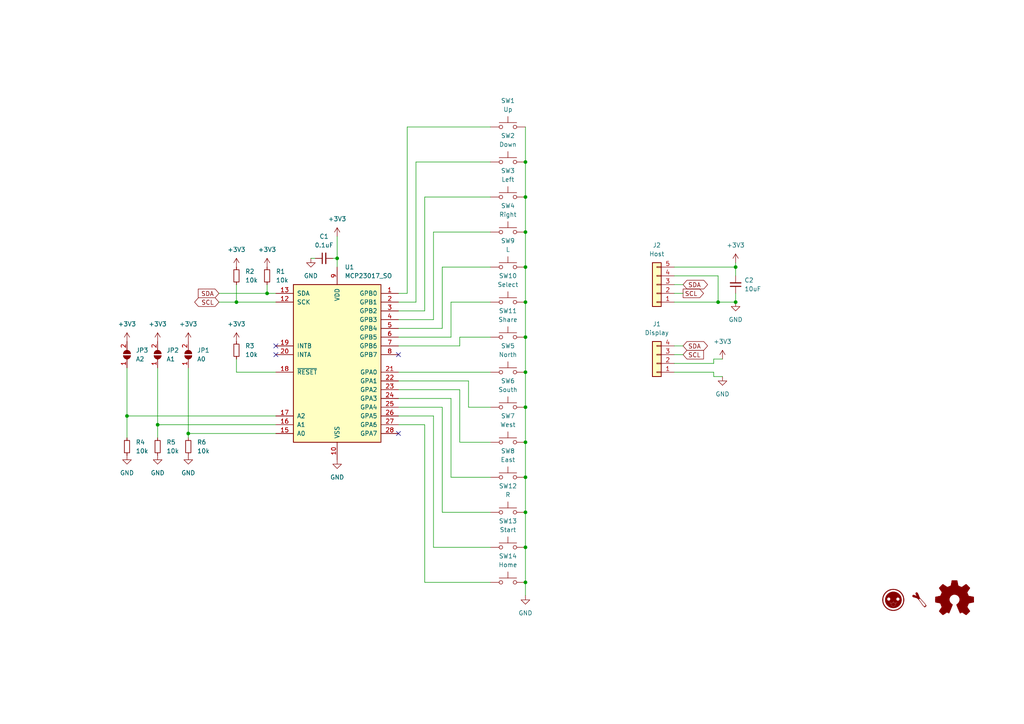
<source format=kicad_sch>
(kicad_sch (version 20230620) (generator eeschema)
  (paper "A4")
  (title_block (title "DonConPad") (date "2023-07-31") (rev "2") (company "ravinrabbid"))
  (lib_symbols
    (symbol "Connector_Generic:Conn_01x04" (pin_names (offset 1.016) hide)
      (property "Reference" "J" (at 0 5.08 0))
      (property "Value" "Conn_01x04" (at 0 -7.62 0))
      (symbol "Conn_01x04_1_1"
        (pin passive line (at -5.08 2.54 0) (length 3.81) (name "Pin_1") (number "1"))
        (pin passive line (at -5.08 0 0) (length 3.81) (name "Pin_2") (number "2"))
        (pin passive line (at -5.08 -2.54 0) (length 3.81) (name "Pin_3") (number "3"))
        (pin passive line (at -5.08 -5.08 0) (length 3.81) (name "Pin_4") (number "4"))
      )
    )
    (symbol "Connector_Generic:Conn_01x05" (pin_names (offset 1.016) hide)
      (property "Reference" "J" (at 0 7.62 0))
      (property "Value" "Conn_01x05" (at 0 -7.62 0))
      (symbol "Conn_01x05_1_1"
        (pin passive line (at -5.08 5.08 0) (length 3.81) (name "Pin_1") (number "1"))
        (pin passive line (at -5.08 2.54 0) (length 3.81) (name "Pin_2") (number "2"))
        (pin passive line (at -5.08 0 0) (length 3.81) (name "Pin_3") (number "3"))
        (pin passive line (at -5.08 -2.54 0) (length 3.81) (name "Pin_4") (number "4"))
        (pin passive line (at -5.08 -5.08 0) (length 3.81) (name "Pin_5") (number "5"))
      )
    )
    (symbol "CustomLogos:Donchan" (pin_names (offset 1.016)) (in_bom no) (on_board no))
    (symbol "CustomLogos:Leek" (pin_names (offset 1.016)) (in_bom no) (on_board no))
    (symbol "Device:C_Small" (pin_numbers hide) (pin_names (offset 0.254) hide)
      (property "Reference" "C" (at 0.254 1.778 0))
      (property "Value" "C_Small" (at 0.254 -2.032 0))
      (symbol "C_Small_1_1"
        (pin passive line (at 0 2.54 270) (length 2.032) (name "~") (number "1"))
        (pin passive line (at 0 -2.54 90) (length 2.032) (name "~") (number "2"))
      )
    )
    (symbol "Device:R_Small" (pin_numbers hide) (pin_names (offset 0.254) hide)
      (property "Reference" "R" (at 0.762 0.508 0))
      (property "Value" "R_Small" (at 0.762 -1.016 0))
      (symbol "R_Small_1_1"
        (pin passive line (at 0 2.54 270) (length 0.762) (name "~") (number "1"))
        (pin passive line (at 0 -2.54 90) (length 0.762) (name "~") (number "2"))
      )
    )
    (symbol "Graphic:Logo_Open_Hardware_Small" (in_bom no) (on_board no))
    (symbol "Interface_Expansion:MCP23017_SO" (pin_names (offset 1.016))
      (property "Reference" "U" (at -11.43 24.13 0))
      (property "Value" "MCP23017_SO" (at 0 0 0))
      (symbol "MCP23017_SO_1_1"
        (pin bidirectional line (at 17.78 20.32 180) (length 5.08) (name "GPB0") (number "1"))
        (pin power_in line (at 0 -27.94 90) (length 5.08) (name "VSS") (number "10"))
        (pin no_connect line (at -12.7 15.24 0) (length 5.08) hide (name "NC") (number "11"))
        (pin input line (at -17.78 17.78 0) (length 5.08) (name "SCK") (number "12"))
        (pin bidirectional line (at -17.78 20.32 0) (length 5.08) (name "SDA") (number "13"))
        (pin no_connect line (at -12.7 12.7 0) (length 5.08) hide (name "NC") (number "14"))
        (pin input line (at -17.78 -20.32 0) (length 5.08) (name "A0") (number "15"))
        (pin input line (at -17.78 -17.78 0) (length 5.08) (name "A1") (number "16"))
        (pin input line (at -17.78 -15.24 0) (length 5.08) (name "A2") (number "17"))
        (pin input line (at -17.78 -2.54 0) (length 5.08) (name "~{RESET}") (number "18"))
        (pin tri_state line (at -17.78 5.08 0) (length 5.08) (name "INTB") (number "19"))
        (pin bidirectional line (at 17.78 17.78 180) (length 5.08) (name "GPB1") (number "2"))
        (pin tri_state line (at -17.78 2.54 0) (length 5.08) (name "INTA") (number "20"))
        (pin bidirectional line (at 17.78 -2.54 180) (length 5.08) (name "GPA0") (number "21"))
        (pin bidirectional line (at 17.78 -5.08 180) (length 5.08) (name "GPA1") (number "22"))
        (pin bidirectional line (at 17.78 -7.62 180) (length 5.08) (name "GPA2") (number "23"))
        (pin bidirectional line (at 17.78 -10.16 180) (length 5.08) (name "GPA3") (number "24"))
        (pin bidirectional line (at 17.78 -12.7 180) (length 5.08) (name "GPA4") (number "25"))
        (pin bidirectional line (at 17.78 -15.24 180) (length 5.08) (name "GPA5") (number "26"))
        (pin bidirectional line (at 17.78 -17.78 180) (length 5.08) (name "GPA6") (number "27"))
        (pin bidirectional line (at 17.78 -20.32 180) (length 5.08) (name "GPA7") (number "28"))
        (pin bidirectional line (at 17.78 15.24 180) (length 5.08) (name "GPB2") (number "3"))
        (pin bidirectional line (at 17.78 12.7 180) (length 5.08) (name "GPB3") (number "4"))
        (pin bidirectional line (at 17.78 10.16 180) (length 5.08) (name "GPB4") (number "5"))
        (pin bidirectional line (at 17.78 7.62 180) (length 5.08) (name "GPB5") (number "6"))
        (pin bidirectional line (at 17.78 5.08 180) (length 5.08) (name "GPB6") (number "7"))
        (pin bidirectional line (at 17.78 2.54 180) (length 5.08) (name "GPB7") (number "8"))
        (pin power_in line (at 0 27.94 270) (length 5.08) (name "VDD") (number "9"))
      )
    )
    (symbol "Jumper:SolderJumper_2_Open" (pin_names (offset 0) hide)
      (property "Reference" "JP" (at 0 2.032 0))
      (property "Value" "SolderJumper_2_Open" (at 0 -2.54 0))
      (symbol "SolderJumper_2_Open_1_1"
        (pin passive line (at -3.81 0 0) (length 2.54) (name "A") (number "1"))
        (pin passive line (at 3.81 0 180) (length 2.54) (name "B") (number "2"))
      )
    )
    (symbol "Switch:SW_Push" (pin_numbers hide) (pin_names (offset 1.016) hide)
      (property "Reference" "SW" (at 1.27 2.54 0))
      (property "Value" "SW_Push" (at 0 -1.524 0))
      (symbol "SW_Push_0_1"
        (pin passive line (at -5.08 0 0) (length 2.54) (name "1") (number "1"))
        (pin passive line (at 5.08 0 180) (length 2.54) (name "2") (number "2"))
      )
    )
    (symbol "power:+3V3" (power) (pin_names (offset 0))
      (property "Value" "+3V3" (at 0 3.556 0))
      (symbol "+3V3_1_1"
        (pin power_in line (at 0 0 90) (length 0) hide (name "+3V3") (number "1"))
      )
    )
    (symbol "power:GND" (power) (pin_names (offset 0))
      (property "Value" "GND" (at 0 -3.81 0))
      (symbol "GND_1_1"
        (pin power_in line (at 0 0 270) (length 0) hide (name "GND") (number "1"))
      )
    )
  )
  (junction (at 77.47 85.09))
  (junction (at 152.4 87.63))
  (junction (at 152.4 97.79))
  (junction (at 54.61 125.73))
  (junction (at 152.4 118.11))
  (junction (at 152.4 128.27))
  (junction (at 213.36 87.63))
  (junction (at 68.58 87.63))
  (junction (at 36.83 120.65))
  (junction (at 152.4 57.15))
  (junction (at 45.72 123.19))
  (junction (at 152.4 46.99))
  (junction (at 152.4 67.31))
  (junction (at 152.4 158.75))
  (junction (at 213.36 77.47))
  (junction (at 208.28 87.63))
  (junction (at 97.79 74.93))
  (junction (at 152.4 107.95))
  (junction (at 152.4 148.59))
  (junction (at 152.4 77.47))
  (junction (at 152.4 168.91))
  (junction (at 152.4 138.43))
  (no_connect (at 80.01 100.33))
  (no_connect (at 115.57 102.87))
  (no_connect (at 80.01 102.87))
  (no_connect (at 115.57 125.73))
  (wire (pts (xy 68.58 104.14) (xy 68.58 107.95)))
  (wire (pts (xy 115.57 92.71) (xy 125.73 92.71)))
  (wire (pts (xy 125.73 120.65) (xy 125.73 158.75)))
  (wire (pts (xy 130.81 87.63) (xy 142.24 87.63)))
  (wire (pts (xy 152.4 168.91) (xy 152.4 172.72)))
  (wire (pts (xy 115.57 87.63) (xy 120.65 87.63)))
  (wire (pts (xy 97.79 68.58) (xy 97.79 74.93)))
  (wire (pts (xy 128.27 77.47) (xy 142.24 77.47)))
  (wire (pts (xy 115.57 123.19) (xy 123.19 123.19)))
  (wire (pts (xy 118.11 36.83) (xy 142.24 36.83)))
  (wire (pts (xy 115.57 85.09) (xy 118.11 85.09)))
  (wire (pts (xy 123.19 168.91) (xy 142.24 168.91)))
  (wire (pts (xy 128.27 148.59) (xy 142.24 148.59)))
  (wire (pts (xy 135.89 110.49) (xy 135.89 118.11)))
  (wire (pts (xy 208.28 80.01) (xy 208.28 87.63)))
  (wire (pts (xy 125.73 67.31) (xy 142.24 67.31)))
  (wire (pts (xy 36.83 106.68) (xy 36.83 120.65)))
  (wire (pts (xy 115.57 90.17) (xy 123.19 90.17)))
  (wire (pts (xy 120.65 87.63) (xy 120.65 46.99)))
  (wire (pts (xy 135.89 118.11) (xy 142.24 118.11)))
  (wire (pts (xy 207.01 104.14) (xy 209.55 104.14)))
  (wire (pts (xy 208.28 87.63) (xy 213.36 87.63)))
  (wire (pts (xy 207.01 104.14) (xy 207.01 105.41)))
  (wire (pts (xy 152.4 67.31) (xy 152.4 77.47)))
  (wire (pts (xy 152.4 77.47) (xy 152.4 87.63)))
  (wire (pts (xy 152.4 57.15) (xy 152.4 67.31)))
  (wire (pts (xy 97.79 74.93) (xy 97.79 77.47)))
  (wire (pts (xy 115.57 100.33) (xy 133.35 100.33)))
  (wire (pts (xy 130.81 138.43) (xy 142.24 138.43)))
  (wire (pts (xy 128.27 118.11) (xy 128.27 148.59)))
  (wire (pts (xy 195.58 102.87) (xy 198.12 102.87)))
  (wire (pts (xy 195.58 100.33) (xy 198.12 100.33)))
  (wire (pts (xy 68.58 107.95) (xy 80.01 107.95)))
  (wire (pts (xy 115.57 110.49) (xy 135.89 110.49)))
  (wire (pts (xy 133.35 100.33) (xy 133.35 97.79)))
  (wire (pts (xy 152.4 128.27) (xy 152.4 138.43)))
  (wire (pts (xy 54.61 125.73) (xy 80.01 125.73)))
  (wire (pts (xy 77.47 85.09) (xy 77.47 82.55)))
  (wire (pts (xy 195.58 87.63) (xy 208.28 87.63)))
  (wire (pts (xy 123.19 90.17) (xy 123.19 57.15)))
  (wire (pts (xy 45.72 123.19) (xy 80.01 123.19)))
  (wire (pts (xy 115.57 115.57) (xy 130.81 115.57)))
  (wire (pts (xy 207.01 109.22) (xy 207.01 107.95)))
  (wire (pts (xy 115.57 95.25) (xy 128.27 95.25)))
  (wire (pts (xy 195.58 85.09) (xy 198.12 85.09)))
  (wire (pts (xy 115.57 120.65) (xy 125.73 120.65)))
  (wire (pts (xy 152.4 87.63) (xy 152.4 97.79)))
  (wire (pts (xy 152.4 97.79) (xy 152.4 107.95)))
  (wire (pts (xy 128.27 95.25) (xy 128.27 77.47)))
  (wire (pts (xy 123.19 57.15) (xy 142.24 57.15)))
  (wire (pts (xy 152.4 36.83) (xy 152.4 46.99)))
  (wire (pts (xy 90.17 74.93) (xy 91.44 74.93)))
  (wire (pts (xy 45.72 106.68) (xy 45.72 123.19)))
  (wire (pts (xy 123.19 123.19) (xy 123.19 168.91)))
  (wire (pts (xy 80.01 85.09) (xy 77.47 85.09)))
  (wire (pts (xy 207.01 109.22) (xy 209.55 109.22)))
  (wire (pts (xy 118.11 85.09) (xy 118.11 36.83)))
  (wire (pts (xy 133.35 113.03) (xy 133.35 128.27)))
  (wire (pts (xy 213.36 77.47) (xy 213.36 80.01)))
  (wire (pts (xy 80.01 87.63) (xy 68.58 87.63)))
  (wire (pts (xy 54.61 125.73) (xy 54.61 127)))
  (wire (pts (xy 45.72 123.19) (xy 45.72 127)))
  (wire (pts (xy 96.52 74.93) (xy 97.79 74.93)))
  (wire (pts (xy 130.81 115.57) (xy 130.81 138.43)))
  (wire (pts (xy 152.4 118.11) (xy 152.4 128.27)))
  (wire (pts (xy 213.36 76.2) (xy 213.36 77.47)))
  (wire (pts (xy 115.57 107.95) (xy 142.24 107.95)))
  (wire (pts (xy 213.36 85.09) (xy 213.36 87.63)))
  (wire (pts (xy 36.83 120.65) (xy 80.01 120.65)))
  (wire (pts (xy 133.35 128.27) (xy 142.24 128.27)))
  (wire (pts (xy 125.73 92.71) (xy 125.73 67.31)))
  (wire (pts (xy 207.01 107.95) (xy 195.58 107.95)))
  (wire (pts (xy 68.58 82.55) (xy 68.58 87.63)))
  (wire (pts (xy 152.4 158.75) (xy 152.4 168.91)))
  (wire (pts (xy 115.57 113.03) (xy 133.35 113.03)))
  (wire (pts (xy 133.35 97.79) (xy 142.24 97.79)))
  (wire (pts (xy 130.81 97.79) (xy 130.81 87.63)))
  (wire (pts (xy 63.5 85.09) (xy 77.47 85.09)))
  (wire (pts (xy 115.57 97.79) (xy 130.81 97.79)))
  (wire (pts (xy 63.5 87.63) (xy 68.58 87.63)))
  (wire (pts (xy 125.73 158.75) (xy 142.24 158.75)))
  (wire (pts (xy 152.4 107.95) (xy 152.4 118.11)))
  (wire (pts (xy 152.4 148.59) (xy 152.4 158.75)))
  (wire (pts (xy 54.61 106.68) (xy 54.61 125.73)))
  (wire (pts (xy 207.01 105.41) (xy 195.58 105.41)))
  (wire (pts (xy 152.4 46.99) (xy 152.4 57.15)))
  (wire (pts (xy 36.83 120.65) (xy 36.83 127)))
  (wire (pts (xy 115.57 118.11) (xy 128.27 118.11)))
  (wire (pts (xy 152.4 138.43) (xy 152.4 148.59)))
  (wire (pts (xy 195.58 80.01) (xy 208.28 80.01)))
  (wire (pts (xy 195.58 82.55) (xy 198.12 82.55)))
  (wire (pts (xy 120.65 46.99) (xy 142.24 46.99)))
  (wire (pts (xy 195.58 77.47) (xy 213.36 77.47)))
  (global_label "SDA" (shape input) (at 63.5 85.09 180) (property "Intersheetrefs" "${INTERSHEET_REFS}" (effects hide)))
  (global_label "SCL" (shape bidirectional) (at 63.5 87.63 180) (property "Intersheetrefs" "${INTERSHEET_REFS}" (effects hide)))
  (global_label "SCL" (shape output) (at 198.12 85.09 0) (property "Intersheetrefs" "${INTERSHEET_REFS}" (effects hide)))
  (global_label "SDA" (shape bidirectional) (at 198.12 100.33 0) (property "Intersheetrefs" "${INTERSHEET_REFS}" (effects hide)))
  (global_label "SDA" (shape bidirectional) (at 198.12 82.55 0) (property "Intersheetrefs" "${INTERSHEET_REFS}" (effects hide)))
  (global_label "SCL" (shape input) (at 198.12 102.87 0) (property "Intersheetrefs" "${INTERSHEET_REFS}" (effects hide)))
  (symbol (lib_id "power:+3V3") (at 68.58 99.06 0) (unit 1)
    (property "Reference" "#PWR06" (effects hide))
    (property "Value" "+3V3" (at 68.58 93.98 0))
    (property "Description" "Power symbol creates a global label with name \"+3V3\"" (effects hide))
  )
  (symbol (lib_id "Device:C_Small") (at 93.98 74.93 90) (unit 1)
    (property "Reference" "C1" (at 93.9863 68.58 90))
    (property "Value" "0.1uF" (at 93.9863 71.12 90))
    (property "Footprint" "Capacitor_SMD:C_0805_2012Metric_Pad1.18x1.45mm_HandSolder" (effects hide))
    (property "Description" "Unpolarized capacitor, small symbol" (effects hide))
  )
  (symbol (lib_id "Switch:SW_Push") (at 147.32 46.99 0) (unit 1)
    (property "Reference" "SW2" (at 147.32 39.37 0))
    (property "Value" "Down" (at 147.32 41.91 0))
    (property "Footprint" "Button_Switch_THT:SW_PUSH_6mm_H5mm" (effects hide))
    (property "Description" "Push button switch, generic, two pins" (effects hide))
  )
  (symbol (lib_id "Switch:SW_Push") (at 147.32 148.59 0) (unit 1)
    (property "Reference" "SW12" (at 147.32 140.97 0))
    (property "Value" "R" (at 147.32 143.51 0))
    (property "Footprint" "Button_Switch_THT:SW_PUSH_6mm_H5mm" (effects hide))
    (property "Description" "Push button switch, generic, two pins" (effects hide))
  )
  (symbol (lib_id "Jumper:SolderJumper_2_Open") (at 45.72 102.87 90) (unit 1)
    (property "Reference" "JP2" (at 48.26 101.6 90) (effects (justify right)))
    (property "Value" "A1" (at 48.26 104.14 90) (effects (justify right)))
    (property "Footprint" "Jumper:SolderJumper-2_P1.3mm_Open_TrianglePad1.0x1.5mm" (effects hide))
    (property "Description" "Solder Jumper, 2-pole, open" (effects hide))
  )
  (symbol (lib_id "power:GND") (at 97.79 133.35 0) (unit 1)
    (property "Reference" "#PWR05" (effects hide))
    (property "Value" "GND" (at 97.79 138.43 0))
    (property "Description" "Power symbol creates a global label with name \"GND\" , ground" (effects hide))
  )
  (symbol (lib_id "Device:R_Small") (at 68.58 80.01 0) (unit 1)
    (property "Reference" "R2" (at 71.12 78.74 0) (effects (justify left)))
    (property "Value" "10k" (at 71.12 81.28 0) (effects (justify left)))
    (property "Footprint" "Resistor_SMD:R_0805_2012Metric_Pad1.20x1.40mm_HandSolder" (effects hide))
    (property "Description" "Resistor, small symbol" (effects hide))
  )
  (symbol (lib_id "Switch:SW_Push") (at 147.32 67.31 0) (unit 1)
    (property "Reference" "SW4" (at 147.32 59.69 0))
    (property "Value" "Right" (at 147.32 62.23 0))
    (property "Footprint" "Button_Switch_THT:SW_PUSH_6mm_H5mm" (effects hide))
    (property "Description" "Push button switch, generic, two pins" (effects hide))
  )
  (symbol (lib_id "power:+3V3") (at 97.79 68.58 0) (unit 1)
    (property "Reference" "#PWR03" (effects hide))
    (property "Value" "+3V3" (at 97.79 63.5 0))
    (property "Description" "Power symbol creates a global label with name \"+3V3\"" (effects hide))
  )
  (symbol (lib_id "power:GND") (at 54.61 132.08 0) (unit 1)
    (property "Reference" "#PWR012" (effects hide))
    (property "Value" "GND" (at 54.61 137.16 0))
    (property "Description" "Power symbol creates a global label with name \"GND\" , ground" (effects hide))
  )
  (symbol (lib_id "Jumper:SolderJumper_2_Open") (at 54.61 102.87 90) (unit 1)
    (property "Reference" "JP1" (at 57.15 101.6 90) (effects (justify right)))
    (property "Value" "A0" (at 57.15 104.14 90) (effects (justify right)))
    (property "Footprint" "Jumper:SolderJumper-2_P1.3mm_Open_TrianglePad1.0x1.5mm" (effects hide))
    (property "Description" "Solder Jumper, 2-pole, open" (effects hide))
  )
  (symbol (lib_id "Jumper:SolderJumper_2_Open") (at 36.83 102.87 90) (unit 1)
    (property "Reference" "JP3" (at 39.37 101.6 90) (effects (justify right)))
    (property "Value" "A2" (at 39.37 104.14 90) (effects (justify right)))
    (property "Footprint" "Jumper:SolderJumper-2_P1.3mm_Open_TrianglePad1.0x1.5mm" (effects hide))
    (property "Description" "Solder Jumper, 2-pole, open" (effects hide))
  )
  (symbol (lib_id "power:GND") (at 36.83 132.08 0) (unit 1)
    (property "Reference" "#PWR07" (effects hide))
    (property "Value" "GND" (at 36.83 137.16 0))
    (property "Description" "Power symbol creates a global label with name \"GND\" , ground" (effects hide))
  )
  (symbol (lib_id "power:GND") (at 45.72 132.08 0) (unit 1)
    (property "Reference" "#PWR010" (effects hide))
    (property "Value" "GND" (at 45.72 137.16 0))
    (property "Description" "Power symbol creates a global label with name \"GND\" , ground" (effects hide))
  )
  (symbol (lib_id "Switch:SW_Push") (at 147.32 87.63 0) (unit 1)
    (property "Reference" "SW10" (at 147.32 80.01 0))
    (property "Value" "Select" (at 147.32 82.55 0))
    (property "Footprint" "Button_Switch_THT:SW_PUSH_6mm_H5mm" (effects hide))
    (property "Description" "Push button switch, generic, two pins" (effects hide))
  )
  (symbol (lib_id "Switch:SW_Push") (at 147.32 107.95 0) (unit 1)
    (property "Reference" "SW5" (at 147.32 100.33 0))
    (property "Value" "North" (at 147.32 102.87 0))
    (property "Footprint" "Button_Switch_THT:SW_PUSH_6mm_H5mm" (effects hide))
    (property "Description" "Push button switch, generic, two pins" (effects hide))
  )
  (symbol (lib_id "Graphic:Logo_Open_Hardware_Small") (at 276.86 173.99 0) (unit 1) (in_bom no) (on_board no)
    (property "Reference" "#SYM3" (effects hide))
    (property "Value" "Logo_Open_Hardware_Small" (effects hide))
    (property "Description" "Open Hardware logo, small" (effects hide))
    (property "Sim.Enable" "0" (effects hide))
  )
  (symbol (lib_id "Connector_Generic:Conn_01x04") (at 190.5 105.41 180) (unit 1)
    (property "Reference" "J1" (at 190.5 93.98 0))
    (property "Value" "Display" (at 190.5 96.52 0))
    (property "Footprint" "Connector_PinHeader_2.54mm:PinHeader_1x04_P2.54mm_Vertical" (effects hide))
    (property "Description" "Generic connector, single row, 01x04, script generated (kicad-library-utils/schlib/autogen/connector/)" (effects hide))
  )
  (symbol (lib_id "CustomLogos:Donchan") (at 259.08 173.99 0) (unit 1) (in_bom no) (on_board no)
    (property "Reference" "#SYM1" (effects hide))
    (property "Value" "Donchan" (effects hide))
    (property "Sim.Enable" "0" (effects hide))
  )
  (symbol (lib_id "power:+3V3") (at 68.58 77.47 0) (unit 1)
    (property "Reference" "#PWR01" (effects hide))
    (property "Value" "+3V3" (at 68.58 72.39 0))
    (property "Description" "Power symbol creates a global label with name \"+3V3\"" (effects hide))
  )
  (symbol (lib_id "power:GND") (at 90.17 74.93 0) (unit 1)
    (property "Reference" "#PWR04" (effects hide))
    (property "Value" "GND" (at 90.17 80.01 0))
    (property "Description" "Power symbol creates a global label with name \"GND\" , ground" (effects hide))
  )
  (symbol (lib_id "Device:R_Small") (at 36.83 129.54 0) (unit 1)
    (property "Reference" "R4" (at 39.37 128.27 0) (effects (justify left)))
    (property "Value" "10k" (at 39.37 130.81 0) (effects (justify left)))
    (property "Footprint" "Resistor_SMD:R_0805_2012Metric_Pad1.20x1.40mm_HandSolder" (effects hide))
    (property "Description" "Resistor, small symbol" (effects hide))
  )
  (symbol (lib_id "Device:R_Small") (at 54.61 129.54 0) (unit 1)
    (property "Reference" "R6" (at 57.15 128.27 0) (effects (justify left)))
    (property "Value" "10k" (at 57.15 130.81 0) (effects (justify left)))
    (property "Footprint" "Resistor_SMD:R_0805_2012Metric_Pad1.20x1.40mm_HandSolder" (effects hide))
    (property "Description" "Resistor, small symbol" (effects hide))
  )
  (symbol (lib_id "power:GND") (at 213.36 87.63 0) (unit 1)
    (property "Reference" "#PWR014" (effects hide))
    (property "Value" "GND" (at 213.36 92.71 0))
    (property "Description" "Power symbol creates a global label with name \"GND\" , ground" (effects hide))
  )
  (symbol (lib_id "Interface_Expansion:MCP23017_SO") (at 97.79 105.41 0) (unit 1)
    (property "Reference" "U1" (at 99.9841 77.47 0) (effects (justify left)))
    (property "Value" "MCP23017_SO" (at 99.9841 80.01 0) (effects (justify left)))
    (property "Footprint" "Package_SO:SOIC-28W_7.5x17.9mm_P1.27mm" (effects hide))
    (property "Datasheet" "http://ww1.microchip.com/downloads/en/DeviceDoc/20001952C.pdf" (effects hide))
    (property "Description" "16-bit I/O expander, I2C, interrupts, w pull-ups, SOIC-28" (effects hide))
  )
  (symbol (lib_id "power:+3V3") (at 209.55 104.14 0) (unit 1)
    (property "Reference" "#PWR015" (effects hide))
    (property "Value" "+3V3" (at 209.55 99.06 0))
    (property "Description" "Power symbol creates a global label with name \"+3V3\"" (effects hide))
  )
  (symbol (lib_id "power:+3V3") (at 213.36 76.2 0) (unit 1)
    (property "Reference" "#PWR013" (effects hide))
    (property "Value" "+3V3" (at 213.36 71.12 0))
    (property "Description" "Power symbol creates a global label with name \"+3V3\"" (effects hide))
  )
  (symbol (lib_id "Connector_Generic:Conn_01x05") (at 190.5 82.55 180) (unit 1)
    (property "Reference" "J2" (at 190.5 71.12 0))
    (property "Value" "Host" (at 190.5 73.66 0))
    (property "Footprint" "Connector_JST:JST_PH_S5B-PH-K_1x05_P2.00mm_Horizontal" (effects hide))
    (property "Description" "Generic connector, single row, 01x05, script generated (kicad-library-utils/schlib/autogen/connector/)" (effects hide))
  )
  (symbol (lib_id "Switch:SW_Push") (at 147.32 57.15 0) (unit 1)
    (property "Reference" "SW3" (at 147.32 49.53 0))
    (property "Value" "Left" (at 147.32 52.07 0))
    (property "Footprint" "Button_Switch_THT:SW_PUSH_6mm_H5mm" (effects hide))
    (property "Description" "Push button switch, generic, two pins" (effects hide))
  )
  (symbol (lib_id "Switch:SW_Push") (at 147.32 168.91 0) (unit 1)
    (property "Reference" "SW14" (at 147.32 161.29 0))
    (property "Value" "Home" (at 147.32 163.83 0))
    (property "Footprint" "Button_Switch_THT:SW_PUSH_6mm_H5mm" (effects hide))
    (property "Description" "Push button switch, generic, two pins" (effects hide))
  )
  (symbol (lib_id "Device:R_Small") (at 77.47 80.01 0) (unit 1)
    (property "Reference" "R1" (at 80.01 78.74 0) (effects (justify left)))
    (property "Value" "10k" (at 80.01 81.28 0) (effects (justify left)))
    (property "Footprint" "Resistor_SMD:R_0805_2012Metric_Pad1.20x1.40mm_HandSolder" (effects hide))
    (property "Description" "Resistor, small symbol" (effects hide))
  )
  (symbol (lib_id "power:+3V3") (at 45.72 99.06 0) (unit 1)
    (property "Reference" "#PWR09" (effects hide))
    (property "Value" "+3V3" (at 45.72 93.98 0))
    (property "Description" "Power symbol creates a global label with name \"+3V3\"" (effects hide))
  )
  (symbol (lib_id "Device:R_Small") (at 45.72 129.54 0) (unit 1)
    (property "Reference" "R5" (at 48.26 128.27 0) (effects (justify left)))
    (property "Value" "10k" (at 48.26 130.81 0) (effects (justify left)))
    (property "Footprint" "Resistor_SMD:R_0805_2012Metric_Pad1.20x1.40mm_HandSolder" (effects hide))
    (property "Description" "Resistor, small symbol" (effects hide))
  )
  (symbol (lib_id "power:+3V3") (at 54.61 99.06 0) (unit 1)
    (property "Reference" "#PWR011" (effects hide))
    (property "Value" "+3V3" (at 54.61 93.98 0))
    (property "Description" "Power symbol creates a global label with name \"+3V3\"" (effects hide))
  )
  (symbol (lib_id "Switch:SW_Push") (at 147.32 128.27 0) (unit 1)
    (property "Reference" "SW7" (at 147.32 120.65 0))
    (property "Value" "West" (at 147.32 123.19 0))
    (property "Footprint" "Button_Switch_THT:SW_PUSH_6mm_H5mm" (effects hide))
    (property "Description" "Push button switch, generic, two pins" (effects hide))
  )
  (symbol (lib_id "Switch:SW_Push") (at 147.32 36.83 0) (unit 1)
    (property "Reference" "SW1" (at 147.32 29.21 0))
    (property "Value" "Up" (at 147.32 31.75 0))
    (property "Footprint" "Button_Switch_THT:SW_PUSH_6mm_H5mm" (effects hide))
    (property "Description" "Push button switch, generic, two pins" (effects hide))
  )
  (symbol (lib_id "Switch:SW_Push") (at 147.32 97.79 0) (unit 1)
    (property "Reference" "SW11" (at 147.32 90.17 0))
    (property "Value" "Share" (at 147.32 92.71 0))
    (property "Footprint" "Button_Switch_THT:SW_PUSH_6mm_H5mm" (effects hide))
    (property "Description" "Push button switch, generic, two pins" (effects hide))
  )
  (symbol (lib_id "Switch:SW_Push") (at 147.32 138.43 0) (unit 1)
    (property "Reference" "SW8" (at 147.32 130.81 0))
    (property "Value" "East" (at 147.32 133.35 0))
    (property "Footprint" "Button_Switch_THT:SW_PUSH_6mm_H5mm" (effects hide))
    (property "Description" "Push button switch, generic, two pins" (effects hide))
  )
  (symbol (lib_id "power:GND") (at 152.4 172.72 0) (unit 1)
    (property "Reference" "#PWR019" (effects hide))
    (property "Value" "GND" (at 152.4 177.8 0))
    (property "Description" "Power symbol creates a global label with name \"GND\" , ground" (effects hide))
  )
  (symbol (lib_id "Switch:SW_Push") (at 147.32 158.75 0) (unit 1)
    (property "Reference" "SW13" (at 147.32 151.13 0))
    (property "Value" "Start" (at 147.32 153.67 0))
    (property "Footprint" "Button_Switch_THT:SW_PUSH_6mm_H5mm" (effects hide))
    (property "Description" "Push button switch, generic, two pins" (effects hide))
  )
  (symbol (lib_id "power:GND") (at 209.55 109.22 0) (unit 1)
    (property "Reference" "#PWR016" (effects hide))
    (property "Value" "GND" (at 209.55 114.3 0))
    (property "Description" "Power symbol creates a global label with name \"GND\" , ground" (effects hide))
  )
  (symbol (lib_id "Device:C_Small") (at 213.36 82.55 180) (unit 1)
    (property "Reference" "C2" (at 215.9 81.2736 0) (effects (justify right)))
    (property "Value" "10uF" (at 215.9 83.8136 0) (effects (justify right)))
    (property "Footprint" "Capacitor_SMD:C_0805_2012Metric_Pad1.18x1.45mm_HandSolder" (effects hide))
    (property "Description" "Unpolarized capacitor, small symbol" (effects hide))
  )
  (symbol (lib_id "Device:R_Small") (at 68.58 101.6 0) (unit 1)
    (property "Reference" "R3" (at 71.12 100.33 0) (effects (justify left)))
    (property "Value" "10k" (at 71.12 102.87 0) (effects (justify left)))
    (property "Footprint" "Resistor_SMD:R_0805_2012Metric_Pad1.20x1.40mm_HandSolder" (effects hide))
    (property "Description" "Resistor, small symbol" (effects hide))
  )
  (symbol (lib_id "CustomLogos:Leek") (at 266.7 173.99 0) (unit 1) (in_bom no) (on_board no)
    (property "Reference" "#SYM2" (effects hide))
    (property "Value" "Leek" (effects hide))
    (property "Sim.Enable" "0" (effects hide))
  )
  (symbol (lib_id "power:+3V3") (at 36.83 99.06 0) (unit 1)
    (property "Reference" "#PWR08" (effects hide))
    (property "Value" "+3V3" (at 36.83 93.98 0))
    (property "Description" "Power symbol creates a global label with name \"+3V3\"" (effects hide))
  )
  (symbol (lib_id "power:+3V3") (at 77.47 77.47 0) (unit 1)
    (property "Reference" "#PWR02" (effects hide))
    (property "Value" "+3V3" (at 77.47 72.39 0))
    (property "Description" "Power symbol creates a global label with name \"+3V3\"" (effects hide))
  )
  (symbol (lib_id "Switch:SW_Push") (at 147.32 77.47 0) (unit 1)
    (property "Reference" "SW9" (at 147.32 69.85 0))
    (property "Value" "L" (at 147.32 72.39 0))
    (property "Footprint" "Button_Switch_THT:SW_PUSH_6mm_H5mm" (effects hide))
    (property "Description" "Push button switch, generic, two pins" (effects hide))
  )
  (symbol (lib_id "Switch:SW_Push") (at 147.32 118.11 0) (unit 1)
    (property "Reference" "SW6" (at 147.32 110.49 0))
    (property "Value" "South" (at 147.32 113.03 0))
    (property "Footprint" "Button_Switch_THT:SW_PUSH_6mm_H5mm" (effects hide))
    (property "Description" "Push button switch, generic, two pins" (effects hide))
  )
)
</source>
